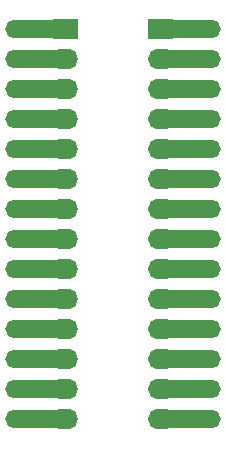
<source format=gtl>
G04 #@! TF.GenerationSoftware,KiCad,Pcbnew,8.0.8*
G04 #@! TF.CreationDate,2025-06-20T13:46:13-04:00*
G04 #@! TF.ProjectId,ZiffAdapter,5a696666-4164-4617-9074-65722e6b6963,rev?*
G04 #@! TF.SameCoordinates,Original*
G04 #@! TF.FileFunction,Copper,L1,Top*
G04 #@! TF.FilePolarity,Positive*
%FSLAX46Y46*%
G04 Gerber Fmt 4.6, Leading zero omitted, Abs format (unit mm)*
G04 Created by KiCad (PCBNEW 8.0.8) date 2025-06-20 13:46:13*
%MOMM*%
%LPD*%
G01*
G04 APERTURE LIST*
G04 #@! TA.AperFunction,ComponentPad*
%ADD10O,3.000000X1.500000*%
G04 #@! TD*
G04 #@! TA.AperFunction,ComponentPad*
%ADD11R,1.700000X1.700000*%
G04 #@! TD*
G04 #@! TA.AperFunction,ComponentPad*
%ADD12O,1.700000X1.700000*%
G04 #@! TD*
G04 #@! TA.AperFunction,Conductor*
%ADD13C,1.524000*%
G04 #@! TD*
G04 APERTURE END LIST*
D10*
X97790000Y0D03*
X97790000Y-2540000D03*
X97790000Y-5080000D03*
X97790000Y-7620000D03*
X97790000Y-10160000D03*
X97790000Y-12700000D03*
X97790000Y-15240000D03*
X97790000Y-17780000D03*
X97790000Y-20320000D03*
X97790000Y-22860000D03*
X97790000Y-25400000D03*
X97790000Y-27940000D03*
X97790000Y-30480000D03*
X97790000Y-33020000D03*
X113030000Y-33020000D03*
X113030000Y-30480000D03*
X113030000Y-27940000D03*
X113030000Y-25400000D03*
X113030000Y-22860000D03*
X113030000Y-20320000D03*
X113030000Y-17780000D03*
X113030000Y-15240000D03*
X113030000Y-12700000D03*
X113030000Y-10160000D03*
X113030000Y-7620000D03*
X113030000Y-5080000D03*
X113030000Y-2540000D03*
X113030000Y0D03*
D11*
X101600000Y0D03*
D12*
X101600000Y-2540000D03*
X101600000Y-5080000D03*
X101600000Y-7620000D03*
X101600000Y-10160000D03*
X101600000Y-12700000D03*
X101600000Y-15240000D03*
X101600000Y-17780000D03*
X101600000Y-20320000D03*
X101600000Y-22860000D03*
X101600000Y-25400000D03*
X101600000Y-27940000D03*
X101600000Y-30480000D03*
X101600000Y-33020000D03*
D11*
X109220000Y0D03*
D12*
X109220000Y-2540000D03*
X109220000Y-5080000D03*
X109220000Y-7620000D03*
X109220000Y-10160000D03*
X109220000Y-12700000D03*
X109220000Y-15240000D03*
X109220000Y-17780000D03*
X109220000Y-20320000D03*
X109220000Y-22860000D03*
X109220000Y-25400000D03*
X109220000Y-27940000D03*
X109220000Y-30480000D03*
X109220000Y-33020000D03*
D13*
X113030000Y-25400000D02*
X109220000Y-25400000D01*
X97790000Y-15240000D02*
X101600000Y-15240000D01*
X109220000Y-17780000D02*
X113030000Y-17780000D01*
X97790000Y-12700000D02*
X101600000Y-12700000D01*
X97790000Y-25400000D02*
X101600000Y-25400000D01*
X97790000Y-22860000D02*
X101600000Y-22860000D01*
X109220000Y-5080000D02*
X113030000Y-5080000D01*
X109220000Y-2540000D02*
X113030000Y-2540000D01*
X97790000Y-7620000D02*
X101600000Y-7620000D01*
X97790000Y-20320000D02*
X101600000Y-20320000D01*
X97790000Y0D02*
X101600000Y0D01*
X113030000Y0D02*
X109220000Y0D01*
X97790000Y-17780000D02*
X101600000Y-17780000D01*
X97790000Y-30480000D02*
X101600000Y-30480000D01*
X97790000Y-27940000D02*
X101600000Y-27940000D01*
X97790000Y-10160000D02*
X101600000Y-10160000D01*
X109220000Y-27940000D02*
X113030000Y-27940000D01*
X109220000Y-22860000D02*
X113030000Y-22860000D01*
X97790000Y-5080000D02*
X101600000Y-5080000D01*
X97790000Y-33020000D02*
X101600000Y-33020000D01*
X109220000Y-10160000D02*
X113030000Y-10160000D01*
X113030000Y-30480000D02*
X109220000Y-30480000D01*
X97790000Y-2540000D02*
X101600000Y-2540000D01*
X109220000Y-33020000D02*
X113030000Y-33020000D01*
X109220000Y-15240000D02*
X113030000Y-15240000D01*
X113030000Y-20320000D02*
X109220000Y-20320000D01*
X109220000Y-7620000D02*
X113030000Y-7620000D01*
X109220000Y-12700000D02*
X113030000Y-12700000D01*
G04 #@! TA.AperFunction,Conductor*
G36*
X101596148Y-27093630D02*
G01*
X101599998Y-27101715D01*
X101600014Y-27102306D01*
X101601000Y-27940000D01*
X101601000Y-27940028D01*
X101600014Y-28777693D01*
X101596577Y-28785962D01*
X101588300Y-28789379D01*
X101587709Y-28789363D01*
X99911095Y-28702574D01*
X99903010Y-28698724D01*
X99900000Y-28690890D01*
X99900000Y-27189109D01*
X99903427Y-27180836D01*
X99911093Y-27177425D01*
X101587709Y-27090636D01*
X101596148Y-27093630D01*
G37*
G04 #@! TD.AperFunction*
G04 #@! TA.AperFunction,Conductor*
G36*
X110075535Y849426D02*
G01*
X110909505Y763086D01*
X110917381Y758825D01*
X110920000Y751448D01*
X110920000Y-751448D01*
X110916573Y-759721D01*
X110909505Y-763086D01*
X110075535Y-849426D01*
X110066953Y-846869D01*
X110066062Y-846066D01*
X109680600Y-461058D01*
X109227286Y-8276D01*
X109223855Y-7D01*
X109227276Y8266D01*
X109680600Y461058D01*
X110066062Y846066D01*
X110074337Y849488D01*
X110075535Y849426D01*
G37*
G04 #@! TD.AperFunction*
G04 #@! TA.AperFunction,Conductor*
G36*
X101596148Y-14393630D02*
G01*
X101599998Y-14401715D01*
X101600014Y-14402306D01*
X101601000Y-15240000D01*
X101601000Y-15240028D01*
X101600014Y-16077693D01*
X101596577Y-16085962D01*
X101588300Y-16089379D01*
X101587709Y-16089363D01*
X99911095Y-16002574D01*
X99903010Y-15998724D01*
X99900000Y-15990890D01*
X99900000Y-14489109D01*
X99903427Y-14480836D01*
X99911093Y-14477425D01*
X101587709Y-14390636D01*
X101596148Y-14393630D01*
G37*
G04 #@! TD.AperFunction*
G04 #@! TA.AperFunction,Conductor*
G36*
X109232282Y-14390635D02*
G01*
X110908906Y-14477425D01*
X110916990Y-14481275D01*
X110920000Y-14489109D01*
X110920000Y-15990890D01*
X110916573Y-15999163D01*
X110908905Y-16002574D01*
X109232290Y-16089363D01*
X109223851Y-16086369D01*
X109220001Y-16078284D01*
X109219985Y-16077713D01*
X109219000Y-15240000D01*
X109219985Y-14402304D01*
X109223422Y-14394037D01*
X109231699Y-14390620D01*
X109232282Y-14390635D01*
G37*
G04 #@! TD.AperFunction*
G04 #@! TA.AperFunction,Conductor*
G36*
X109232282Y-24550635D02*
G01*
X110908906Y-24637425D01*
X110916990Y-24641275D01*
X110920000Y-24649109D01*
X110920000Y-26150890D01*
X110916573Y-26159163D01*
X110908905Y-26162574D01*
X109232290Y-26249363D01*
X109223851Y-26246369D01*
X109220001Y-26238284D01*
X109219985Y-26237713D01*
X109219000Y-25400000D01*
X109219985Y-24562304D01*
X109223422Y-24554037D01*
X109231699Y-24550620D01*
X109232282Y-24550635D01*
G37*
G04 #@! TD.AperFunction*
G04 #@! TA.AperFunction,Conductor*
G36*
X109232282Y-27090635D02*
G01*
X110908906Y-27177425D01*
X110916990Y-27181275D01*
X110920000Y-27189109D01*
X110920000Y-28690890D01*
X110916573Y-28699163D01*
X110908905Y-28702574D01*
X109232290Y-28789363D01*
X109223851Y-28786369D01*
X109220001Y-28778284D01*
X109219985Y-28777713D01*
X109219000Y-27940000D01*
X109219985Y-27102304D01*
X109223422Y-27094037D01*
X109231699Y-27090620D01*
X109232282Y-27090635D01*
G37*
G04 #@! TD.AperFunction*
G04 #@! TA.AperFunction,Conductor*
G36*
X101596148Y-16933630D02*
G01*
X101599998Y-16941715D01*
X101600014Y-16942306D01*
X101601000Y-17780000D01*
X101601000Y-17780028D01*
X101600014Y-18617693D01*
X101596577Y-18625962D01*
X101588300Y-18629379D01*
X101587709Y-18629363D01*
X99911095Y-18542574D01*
X99903010Y-18538724D01*
X99900000Y-18530890D01*
X99900000Y-17029109D01*
X99903427Y-17020836D01*
X99911093Y-17017425D01*
X101587709Y-16930636D01*
X101596148Y-16933630D01*
G37*
G04 #@! TD.AperFunction*
G04 #@! TA.AperFunction,Conductor*
G36*
X109232282Y-11850635D02*
G01*
X110908906Y-11937425D01*
X110916990Y-11941275D01*
X110920000Y-11949109D01*
X110920000Y-13450890D01*
X110916573Y-13459163D01*
X110908905Y-13462574D01*
X109232290Y-13549363D01*
X109223851Y-13546369D01*
X109220001Y-13538284D01*
X109219985Y-13537713D01*
X109219000Y-12700000D01*
X109219985Y-11862304D01*
X109223422Y-11854037D01*
X109231699Y-11850620D01*
X109232282Y-11850635D01*
G37*
G04 #@! TD.AperFunction*
G04 #@! TA.AperFunction,Conductor*
G36*
X109232282Y-19470635D02*
G01*
X110908906Y-19557425D01*
X110916990Y-19561275D01*
X110920000Y-19569109D01*
X110920000Y-21070890D01*
X110916573Y-21079163D01*
X110908905Y-21082574D01*
X109232290Y-21169363D01*
X109223851Y-21166369D01*
X109220001Y-21158284D01*
X109219985Y-21157713D01*
X109219000Y-20320000D01*
X109219985Y-19482304D01*
X109223422Y-19474037D01*
X109231699Y-19470620D01*
X109232282Y-19470635D01*
G37*
G04 #@! TD.AperFunction*
G04 #@! TA.AperFunction,Conductor*
G36*
X101596148Y-22013630D02*
G01*
X101599998Y-22021715D01*
X101600014Y-22022306D01*
X101601000Y-22860000D01*
X101601000Y-22860028D01*
X101600014Y-23697693D01*
X101596577Y-23705962D01*
X101588300Y-23709379D01*
X101587709Y-23709363D01*
X99911095Y-23622574D01*
X99903010Y-23618724D01*
X99900000Y-23610890D01*
X99900000Y-22109109D01*
X99903427Y-22100836D01*
X99911093Y-22097425D01*
X101587709Y-22010636D01*
X101596148Y-22013630D01*
G37*
G04 #@! TD.AperFunction*
G04 #@! TA.AperFunction,Conductor*
G36*
X100753046Y846869D02*
G01*
X100753937Y846066D01*
X101592712Y8278D01*
X101596144Y7D01*
X101592722Y-8268D01*
X101592712Y-8278D01*
X100753937Y-846066D01*
X100745662Y-849488D01*
X100744464Y-849426D01*
X99910495Y-763086D01*
X99902619Y-758825D01*
X99900000Y-751448D01*
X99900000Y751448D01*
X99903427Y759721D01*
X99910495Y763086D01*
X100744464Y849426D01*
X100753046Y846869D01*
G37*
G04 #@! TD.AperFunction*
G04 #@! TA.AperFunction,Conductor*
G36*
X101596148Y-29633630D02*
G01*
X101599998Y-29641715D01*
X101600014Y-29642306D01*
X101601000Y-30480000D01*
X101601000Y-30480028D01*
X101600014Y-31317693D01*
X101596577Y-31325962D01*
X101588300Y-31329379D01*
X101587709Y-31329363D01*
X99911095Y-31242574D01*
X99903010Y-31238724D01*
X99900000Y-31230890D01*
X99900000Y-29729109D01*
X99903427Y-29720836D01*
X99911093Y-29717425D01*
X101587709Y-29630636D01*
X101596148Y-29633630D01*
G37*
G04 #@! TD.AperFunction*
G04 #@! TA.AperFunction,Conductor*
G36*
X109232282Y-29630635D02*
G01*
X110908906Y-29717425D01*
X110916990Y-29721275D01*
X110920000Y-29729109D01*
X110920000Y-31230890D01*
X110916573Y-31239163D01*
X110908905Y-31242574D01*
X109232290Y-31329363D01*
X109223851Y-31326369D01*
X109220001Y-31318284D01*
X109219985Y-31317713D01*
X109219000Y-30480000D01*
X109219985Y-29642304D01*
X109223422Y-29634037D01*
X109231699Y-29630620D01*
X109232282Y-29630635D01*
G37*
G04 #@! TD.AperFunction*
G04 #@! TA.AperFunction,Conductor*
G36*
X109232282Y-9310635D02*
G01*
X110908906Y-9397425D01*
X110916990Y-9401275D01*
X110920000Y-9409109D01*
X110920000Y-10910890D01*
X110916573Y-10919163D01*
X110908905Y-10922574D01*
X109232290Y-11009363D01*
X109223851Y-11006369D01*
X109220001Y-10998284D01*
X109219985Y-10997713D01*
X109219000Y-10160000D01*
X109219985Y-9322304D01*
X109223422Y-9314037D01*
X109231699Y-9310620D01*
X109232282Y-9310635D01*
G37*
G04 #@! TD.AperFunction*
G04 #@! TA.AperFunction,Conductor*
G36*
X101596148Y-6773630D02*
G01*
X101599998Y-6781715D01*
X101600014Y-6782306D01*
X101601000Y-7620000D01*
X101601000Y-7620028D01*
X101600014Y-8457693D01*
X101596577Y-8465962D01*
X101588300Y-8469379D01*
X101587709Y-8469363D01*
X99911095Y-8382574D01*
X99903010Y-8378724D01*
X99900000Y-8370890D01*
X99900000Y-6869109D01*
X99903427Y-6860836D01*
X99911093Y-6857425D01*
X101587709Y-6770636D01*
X101596148Y-6773630D01*
G37*
G04 #@! TD.AperFunction*
G04 #@! TA.AperFunction,Conductor*
G36*
X109232282Y-22010635D02*
G01*
X110908906Y-22097425D01*
X110916990Y-22101275D01*
X110920000Y-22109109D01*
X110920000Y-23610890D01*
X110916573Y-23619163D01*
X110908905Y-23622574D01*
X109232290Y-23709363D01*
X109223851Y-23706369D01*
X109220001Y-23698284D01*
X109219985Y-23697713D01*
X109219000Y-22860000D01*
X109219985Y-22022304D01*
X109223422Y-22014037D01*
X109231699Y-22010620D01*
X109232282Y-22010635D01*
G37*
G04 #@! TD.AperFunction*
G04 #@! TA.AperFunction,Conductor*
G36*
X109232282Y-6770635D02*
G01*
X110908906Y-6857425D01*
X110916990Y-6861275D01*
X110920000Y-6869109D01*
X110920000Y-8370890D01*
X110916573Y-8379163D01*
X110908905Y-8382574D01*
X109232290Y-8469363D01*
X109223851Y-8466369D01*
X109220001Y-8458284D01*
X109219985Y-8457713D01*
X109219000Y-7620000D01*
X109219985Y-6782304D01*
X109223422Y-6774037D01*
X109231699Y-6770620D01*
X109232282Y-6770635D01*
G37*
G04 #@! TD.AperFunction*
G04 #@! TA.AperFunction,Conductor*
G36*
X109232282Y-32170635D02*
G01*
X110908906Y-32257425D01*
X110916990Y-32261275D01*
X110920000Y-32269109D01*
X110920000Y-33770890D01*
X110916573Y-33779163D01*
X110908905Y-33782574D01*
X109232290Y-33869363D01*
X109223851Y-33866369D01*
X109220001Y-33858284D01*
X109219985Y-33857713D01*
X109219000Y-33020000D01*
X109219985Y-32182304D01*
X109223422Y-32174037D01*
X109231699Y-32170620D01*
X109232282Y-32170635D01*
G37*
G04 #@! TD.AperFunction*
G04 #@! TA.AperFunction,Conductor*
G36*
X101596148Y-4233630D02*
G01*
X101599998Y-4241715D01*
X101600014Y-4242306D01*
X101601000Y-5080000D01*
X101601000Y-5080028D01*
X101600014Y-5917693D01*
X101596577Y-5925962D01*
X101588300Y-5929379D01*
X101587709Y-5929363D01*
X99911095Y-5842574D01*
X99903010Y-5838724D01*
X99900000Y-5830890D01*
X99900000Y-4329109D01*
X99903427Y-4320836D01*
X99911093Y-4317425D01*
X101587709Y-4230636D01*
X101596148Y-4233630D01*
G37*
G04 #@! TD.AperFunction*
G04 #@! TA.AperFunction,Conductor*
G36*
X101596148Y-11853630D02*
G01*
X101599998Y-11861715D01*
X101600014Y-11862306D01*
X101601000Y-12700000D01*
X101601000Y-12700028D01*
X101600014Y-13537693D01*
X101596577Y-13545962D01*
X101588300Y-13549379D01*
X101587709Y-13549363D01*
X99911095Y-13462574D01*
X99903010Y-13458724D01*
X99900000Y-13450890D01*
X99900000Y-11949109D01*
X99903427Y-11940836D01*
X99911093Y-11937425D01*
X101587709Y-11850636D01*
X101596148Y-11853630D01*
G37*
G04 #@! TD.AperFunction*
G04 #@! TA.AperFunction,Conductor*
G36*
X101596148Y-32173630D02*
G01*
X101599998Y-32181715D01*
X101600014Y-32182306D01*
X101601000Y-33020000D01*
X101601000Y-33020028D01*
X101600014Y-33857693D01*
X101596577Y-33865962D01*
X101588300Y-33869379D01*
X101587709Y-33869363D01*
X99911095Y-33782574D01*
X99903010Y-33778724D01*
X99900000Y-33770890D01*
X99900000Y-32269109D01*
X99903427Y-32260836D01*
X99911093Y-32257425D01*
X101587709Y-32170636D01*
X101596148Y-32173630D01*
G37*
G04 #@! TD.AperFunction*
G04 #@! TA.AperFunction,Conductor*
G36*
X101596148Y-24553630D02*
G01*
X101599998Y-24561715D01*
X101600014Y-24562306D01*
X101601000Y-25400000D01*
X101601000Y-25400028D01*
X101600014Y-26237693D01*
X101596577Y-26245962D01*
X101588300Y-26249379D01*
X101587709Y-26249363D01*
X99911095Y-26162574D01*
X99903010Y-26158724D01*
X99900000Y-26150890D01*
X99900000Y-24649109D01*
X99903427Y-24640836D01*
X99911093Y-24637425D01*
X101587709Y-24550636D01*
X101596148Y-24553630D01*
G37*
G04 #@! TD.AperFunction*
G04 #@! TA.AperFunction,Conductor*
G36*
X109232282Y-16930635D02*
G01*
X110908906Y-17017425D01*
X110916990Y-17021275D01*
X110920000Y-17029109D01*
X110920000Y-18530890D01*
X110916573Y-18539163D01*
X110908905Y-18542574D01*
X109232290Y-18629363D01*
X109223851Y-18626369D01*
X109220001Y-18618284D01*
X109219985Y-18617713D01*
X109219000Y-17780000D01*
X109219985Y-16942304D01*
X109223422Y-16934037D01*
X109231699Y-16930620D01*
X109232282Y-16930635D01*
G37*
G04 #@! TD.AperFunction*
G04 #@! TA.AperFunction,Conductor*
G36*
X101596148Y-1693630D02*
G01*
X101599998Y-1701715D01*
X101600014Y-1702306D01*
X101601000Y-2540000D01*
X101601000Y-2540028D01*
X101600014Y-3377693D01*
X101596577Y-3385962D01*
X101588300Y-3389379D01*
X101587709Y-3389363D01*
X99911095Y-3302574D01*
X99903010Y-3298724D01*
X99900000Y-3290890D01*
X99900000Y-1789109D01*
X99903427Y-1780836D01*
X99911093Y-1777425D01*
X101587709Y-1690636D01*
X101596148Y-1693630D01*
G37*
G04 #@! TD.AperFunction*
G04 #@! TA.AperFunction,Conductor*
G36*
X109232282Y-1690635D02*
G01*
X110908906Y-1777425D01*
X110916990Y-1781275D01*
X110920000Y-1789109D01*
X110920000Y-3290890D01*
X110916573Y-3299163D01*
X110908905Y-3302574D01*
X109232290Y-3389363D01*
X109223851Y-3386369D01*
X109220001Y-3378284D01*
X109219985Y-3377713D01*
X109219000Y-2540000D01*
X109219985Y-1702304D01*
X109223422Y-1694037D01*
X109231699Y-1690620D01*
X109232282Y-1690635D01*
G37*
G04 #@! TD.AperFunction*
G04 #@! TA.AperFunction,Conductor*
G36*
X109232282Y-4230635D02*
G01*
X110908906Y-4317425D01*
X110916990Y-4321275D01*
X110920000Y-4329109D01*
X110920000Y-5830890D01*
X110916573Y-5839163D01*
X110908905Y-5842574D01*
X109232290Y-5929363D01*
X109223851Y-5926369D01*
X109220001Y-5918284D01*
X109219985Y-5917713D01*
X109219000Y-5080000D01*
X109219985Y-4242304D01*
X109223422Y-4234037D01*
X109231699Y-4230620D01*
X109232282Y-4230635D01*
G37*
G04 #@! TD.AperFunction*
G04 #@! TA.AperFunction,Conductor*
G36*
X101596148Y-9313630D02*
G01*
X101599998Y-9321715D01*
X101600014Y-9322306D01*
X101601000Y-10160000D01*
X101601000Y-10160028D01*
X101600014Y-10997693D01*
X101596577Y-11005962D01*
X101588300Y-11009379D01*
X101587709Y-11009363D01*
X99911095Y-10922574D01*
X99903010Y-10918724D01*
X99900000Y-10910890D01*
X99900000Y-9409109D01*
X99903427Y-9400836D01*
X99911093Y-9397425D01*
X101587709Y-9310636D01*
X101596148Y-9313630D01*
G37*
G04 #@! TD.AperFunction*
G04 #@! TA.AperFunction,Conductor*
G36*
X101596148Y-19473630D02*
G01*
X101599998Y-19481715D01*
X101600014Y-19482306D01*
X101601000Y-20320000D01*
X101601000Y-20320028D01*
X101600014Y-21157693D01*
X101596577Y-21165962D01*
X101588300Y-21169379D01*
X101587709Y-21169363D01*
X99911095Y-21082574D01*
X99903010Y-21078724D01*
X99900000Y-21070890D01*
X99900000Y-19569109D01*
X99903427Y-19560836D01*
X99911093Y-19557425D01*
X101587709Y-19470636D01*
X101596148Y-19473630D01*
G37*
G04 #@! TD.AperFunction*
M02*

</source>
